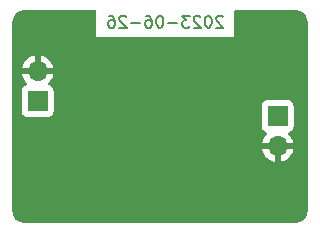
<source format=gbr>
%TF.GenerationSoftware,KiCad,Pcbnew,7.0.5*%
%TF.CreationDate,2023-06-26T08:48:10-07:00*%
%TF.ProjectId,42Vdownto5V,34325664-6f77-46e7-946f-35562e6b6963,rev?*%
%TF.SameCoordinates,Original*%
%TF.FileFunction,Copper,L2,Bot*%
%TF.FilePolarity,Positive*%
%FSLAX46Y46*%
G04 Gerber Fmt 4.6, Leading zero omitted, Abs format (unit mm)*
G04 Created by KiCad (PCBNEW 7.0.5) date 2023-06-26 08:48:10*
%MOMM*%
%LPD*%
G01*
G04 APERTURE LIST*
%ADD10C,0.200000*%
%TA.AperFunction,NonConductor*%
%ADD11C,0.200000*%
%TD*%
%TA.AperFunction,ComponentPad*%
%ADD12R,1.700000X1.700000*%
%TD*%
%TA.AperFunction,ComponentPad*%
%ADD13O,1.700000X1.700000*%
%TD*%
%TA.AperFunction,ViaPad*%
%ADD14C,0.800000*%
%TD*%
G04 APERTURE END LIST*
D10*
D11*
X119819945Y-85576457D02*
X119772326Y-85528838D01*
X119772326Y-85528838D02*
X119677088Y-85481219D01*
X119677088Y-85481219D02*
X119438993Y-85481219D01*
X119438993Y-85481219D02*
X119343755Y-85528838D01*
X119343755Y-85528838D02*
X119296136Y-85576457D01*
X119296136Y-85576457D02*
X119248517Y-85671695D01*
X119248517Y-85671695D02*
X119248517Y-85766933D01*
X119248517Y-85766933D02*
X119296136Y-85909790D01*
X119296136Y-85909790D02*
X119867564Y-86481219D01*
X119867564Y-86481219D02*
X119248517Y-86481219D01*
X118629469Y-85481219D02*
X118534231Y-85481219D01*
X118534231Y-85481219D02*
X118438993Y-85528838D01*
X118438993Y-85528838D02*
X118391374Y-85576457D01*
X118391374Y-85576457D02*
X118343755Y-85671695D01*
X118343755Y-85671695D02*
X118296136Y-85862171D01*
X118296136Y-85862171D02*
X118296136Y-86100266D01*
X118296136Y-86100266D02*
X118343755Y-86290742D01*
X118343755Y-86290742D02*
X118391374Y-86385980D01*
X118391374Y-86385980D02*
X118438993Y-86433600D01*
X118438993Y-86433600D02*
X118534231Y-86481219D01*
X118534231Y-86481219D02*
X118629469Y-86481219D01*
X118629469Y-86481219D02*
X118724707Y-86433600D01*
X118724707Y-86433600D02*
X118772326Y-86385980D01*
X118772326Y-86385980D02*
X118819945Y-86290742D01*
X118819945Y-86290742D02*
X118867564Y-86100266D01*
X118867564Y-86100266D02*
X118867564Y-85862171D01*
X118867564Y-85862171D02*
X118819945Y-85671695D01*
X118819945Y-85671695D02*
X118772326Y-85576457D01*
X118772326Y-85576457D02*
X118724707Y-85528838D01*
X118724707Y-85528838D02*
X118629469Y-85481219D01*
X117915183Y-85576457D02*
X117867564Y-85528838D01*
X117867564Y-85528838D02*
X117772326Y-85481219D01*
X117772326Y-85481219D02*
X117534231Y-85481219D01*
X117534231Y-85481219D02*
X117438993Y-85528838D01*
X117438993Y-85528838D02*
X117391374Y-85576457D01*
X117391374Y-85576457D02*
X117343755Y-85671695D01*
X117343755Y-85671695D02*
X117343755Y-85766933D01*
X117343755Y-85766933D02*
X117391374Y-85909790D01*
X117391374Y-85909790D02*
X117962802Y-86481219D01*
X117962802Y-86481219D02*
X117343755Y-86481219D01*
X117010421Y-85481219D02*
X116391374Y-85481219D01*
X116391374Y-85481219D02*
X116724707Y-85862171D01*
X116724707Y-85862171D02*
X116581850Y-85862171D01*
X116581850Y-85862171D02*
X116486612Y-85909790D01*
X116486612Y-85909790D02*
X116438993Y-85957409D01*
X116438993Y-85957409D02*
X116391374Y-86052647D01*
X116391374Y-86052647D02*
X116391374Y-86290742D01*
X116391374Y-86290742D02*
X116438993Y-86385980D01*
X116438993Y-86385980D02*
X116486612Y-86433600D01*
X116486612Y-86433600D02*
X116581850Y-86481219D01*
X116581850Y-86481219D02*
X116867564Y-86481219D01*
X116867564Y-86481219D02*
X116962802Y-86433600D01*
X116962802Y-86433600D02*
X117010421Y-86385980D01*
X115962802Y-86100266D02*
X115200898Y-86100266D01*
X114534231Y-85481219D02*
X114438993Y-85481219D01*
X114438993Y-85481219D02*
X114343755Y-85528838D01*
X114343755Y-85528838D02*
X114296136Y-85576457D01*
X114296136Y-85576457D02*
X114248517Y-85671695D01*
X114248517Y-85671695D02*
X114200898Y-85862171D01*
X114200898Y-85862171D02*
X114200898Y-86100266D01*
X114200898Y-86100266D02*
X114248517Y-86290742D01*
X114248517Y-86290742D02*
X114296136Y-86385980D01*
X114296136Y-86385980D02*
X114343755Y-86433600D01*
X114343755Y-86433600D02*
X114438993Y-86481219D01*
X114438993Y-86481219D02*
X114534231Y-86481219D01*
X114534231Y-86481219D02*
X114629469Y-86433600D01*
X114629469Y-86433600D02*
X114677088Y-86385980D01*
X114677088Y-86385980D02*
X114724707Y-86290742D01*
X114724707Y-86290742D02*
X114772326Y-86100266D01*
X114772326Y-86100266D02*
X114772326Y-85862171D01*
X114772326Y-85862171D02*
X114724707Y-85671695D01*
X114724707Y-85671695D02*
X114677088Y-85576457D01*
X114677088Y-85576457D02*
X114629469Y-85528838D01*
X114629469Y-85528838D02*
X114534231Y-85481219D01*
X113343755Y-85481219D02*
X113534231Y-85481219D01*
X113534231Y-85481219D02*
X113629469Y-85528838D01*
X113629469Y-85528838D02*
X113677088Y-85576457D01*
X113677088Y-85576457D02*
X113772326Y-85719314D01*
X113772326Y-85719314D02*
X113819945Y-85909790D01*
X113819945Y-85909790D02*
X113819945Y-86290742D01*
X113819945Y-86290742D02*
X113772326Y-86385980D01*
X113772326Y-86385980D02*
X113724707Y-86433600D01*
X113724707Y-86433600D02*
X113629469Y-86481219D01*
X113629469Y-86481219D02*
X113438993Y-86481219D01*
X113438993Y-86481219D02*
X113343755Y-86433600D01*
X113343755Y-86433600D02*
X113296136Y-86385980D01*
X113296136Y-86385980D02*
X113248517Y-86290742D01*
X113248517Y-86290742D02*
X113248517Y-86052647D01*
X113248517Y-86052647D02*
X113296136Y-85957409D01*
X113296136Y-85957409D02*
X113343755Y-85909790D01*
X113343755Y-85909790D02*
X113438993Y-85862171D01*
X113438993Y-85862171D02*
X113629469Y-85862171D01*
X113629469Y-85862171D02*
X113724707Y-85909790D01*
X113724707Y-85909790D02*
X113772326Y-85957409D01*
X113772326Y-85957409D02*
X113819945Y-86052647D01*
X112819945Y-86100266D02*
X112058041Y-86100266D01*
X111629469Y-85576457D02*
X111581850Y-85528838D01*
X111581850Y-85528838D02*
X111486612Y-85481219D01*
X111486612Y-85481219D02*
X111248517Y-85481219D01*
X111248517Y-85481219D02*
X111153279Y-85528838D01*
X111153279Y-85528838D02*
X111105660Y-85576457D01*
X111105660Y-85576457D02*
X111058041Y-85671695D01*
X111058041Y-85671695D02*
X111058041Y-85766933D01*
X111058041Y-85766933D02*
X111105660Y-85909790D01*
X111105660Y-85909790D02*
X111677088Y-86481219D01*
X111677088Y-86481219D02*
X111058041Y-86481219D01*
X110200898Y-85481219D02*
X110391374Y-85481219D01*
X110391374Y-85481219D02*
X110486612Y-85528838D01*
X110486612Y-85528838D02*
X110534231Y-85576457D01*
X110534231Y-85576457D02*
X110629469Y-85719314D01*
X110629469Y-85719314D02*
X110677088Y-85909790D01*
X110677088Y-85909790D02*
X110677088Y-86290742D01*
X110677088Y-86290742D02*
X110629469Y-86385980D01*
X110629469Y-86385980D02*
X110581850Y-86433600D01*
X110581850Y-86433600D02*
X110486612Y-86481219D01*
X110486612Y-86481219D02*
X110296136Y-86481219D01*
X110296136Y-86481219D02*
X110200898Y-86433600D01*
X110200898Y-86433600D02*
X110153279Y-86385980D01*
X110153279Y-86385980D02*
X110105660Y-86290742D01*
X110105660Y-86290742D02*
X110105660Y-86052647D01*
X110105660Y-86052647D02*
X110153279Y-85957409D01*
X110153279Y-85957409D02*
X110200898Y-85909790D01*
X110200898Y-85909790D02*
X110296136Y-85862171D01*
X110296136Y-85862171D02*
X110486612Y-85862171D01*
X110486612Y-85862171D02*
X110581850Y-85909790D01*
X110581850Y-85909790D02*
X110629469Y-85957409D01*
X110629469Y-85957409D02*
X110677088Y-86052647D01*
D12*
%TO.P,J2,1,Pin_1*%
%TO.N,+5V*%
X124460000Y-93980000D03*
D13*
%TO.P,J2,2,Pin_2*%
%TO.N,GND*%
X124460000Y-96520000D03*
%TD*%
D12*
%TO.P,J1,1,Pin_1*%
%TO.N,+BATT*%
X104140000Y-92710000D03*
D13*
%TO.P,J1,2,Pin_2*%
%TO.N,GND*%
X104140000Y-90170000D03*
%TD*%
D14*
%TO.N,GND*%
X108458000Y-100330000D03*
X117856000Y-101092000D03*
X107442000Y-94234000D03*
X107188000Y-91186000D03*
X124714000Y-102362000D03*
X125476000Y-101600000D03*
X126238000Y-100838000D03*
X104524000Y-102108000D03*
X103762000Y-101346000D03*
X103000000Y-100584000D03*
X103762000Y-86614000D03*
X104524000Y-85852000D03*
X125984000Y-87376000D03*
X125222000Y-86614000D03*
X124460000Y-85852000D03*
X123444000Y-91694000D03*
X122174000Y-91694000D03*
X120904000Y-91694000D03*
X119634000Y-91694000D03*
X118364000Y-91694000D03*
X124206000Y-98552000D03*
X118110000Y-97282000D03*
X117094000Y-97282000D03*
X116078000Y-97282000D03*
X115500000Y-91000000D03*
%TD*%
%TA.AperFunction,Conductor*%
%TO.N,GND*%
G36*
X109046444Y-85020185D02*
G01*
X109092199Y-85072989D01*
X109103405Y-85124499D01*
X109103405Y-87257357D01*
X120785357Y-87257357D01*
X120785357Y-85124500D01*
X120805042Y-85057461D01*
X120857846Y-85011706D01*
X120909357Y-85000500D01*
X125997292Y-85000500D01*
X126002697Y-85000736D01*
X126045491Y-85004480D01*
X126171773Y-85016918D01*
X126191687Y-85020541D01*
X126257393Y-85038147D01*
X126259261Y-85038680D01*
X126351570Y-85066681D01*
X126367959Y-85072952D01*
X126421772Y-85098046D01*
X126435374Y-85104389D01*
X126438398Y-85105901D01*
X126522332Y-85150764D01*
X126528659Y-85154650D01*
X126564789Y-85179948D01*
X126594826Y-85200982D01*
X126598597Y-85203843D01*
X126670808Y-85263103D01*
X126675309Y-85267182D01*
X126732815Y-85324688D01*
X126736895Y-85329190D01*
X126796155Y-85401401D01*
X126799016Y-85405172D01*
X126833358Y-85454215D01*
X126845342Y-85471331D01*
X126849234Y-85477666D01*
X126894097Y-85561600D01*
X126895609Y-85564624D01*
X126927041Y-85632027D01*
X126933320Y-85648438D01*
X126961307Y-85740701D01*
X126961864Y-85742652D01*
X126979454Y-85808299D01*
X126983082Y-85828239D01*
X126995522Y-85954553D01*
X126999263Y-85997303D01*
X126999499Y-86002710D01*
X126999499Y-101997289D01*
X126999263Y-102002698D01*
X126995521Y-102045445D01*
X126983081Y-102171758D01*
X126979453Y-102191698D01*
X126961863Y-102257345D01*
X126961306Y-102259297D01*
X126933318Y-102351562D01*
X126927039Y-102367971D01*
X126895614Y-102435363D01*
X126894102Y-102438388D01*
X126849230Y-102522336D01*
X126845335Y-102528678D01*
X126799022Y-102594819D01*
X126796160Y-102598591D01*
X126736889Y-102670813D01*
X126732801Y-102675324D01*
X126675324Y-102732801D01*
X126670813Y-102736889D01*
X126598591Y-102796160D01*
X126594819Y-102799022D01*
X126528678Y-102845335D01*
X126522336Y-102849230D01*
X126438388Y-102894102D01*
X126435363Y-102895614D01*
X126367971Y-102927039D01*
X126351562Y-102933318D01*
X126259297Y-102961306D01*
X126257345Y-102961863D01*
X126191698Y-102979453D01*
X126171758Y-102983081D01*
X126045445Y-102995521D01*
X126007250Y-102998864D01*
X126002693Y-102999263D01*
X125997290Y-102999499D01*
X103002709Y-102999499D01*
X102997305Y-102999263D01*
X102992337Y-102998828D01*
X102954552Y-102995521D01*
X102828239Y-102983081D01*
X102808299Y-102979453D01*
X102742652Y-102961863D01*
X102740701Y-102961306D01*
X102648438Y-102933319D01*
X102632027Y-102927040D01*
X102564624Y-102895608D01*
X102561600Y-102894096D01*
X102477666Y-102849233D01*
X102471331Y-102845341D01*
X102454215Y-102833357D01*
X102405172Y-102799015D01*
X102401401Y-102796154D01*
X102329190Y-102736894D01*
X102324688Y-102732814D01*
X102267182Y-102675308D01*
X102263103Y-102670807D01*
X102203842Y-102598596D01*
X102200981Y-102594825D01*
X102154656Y-102528666D01*
X102150764Y-102522332D01*
X102105895Y-102438388D01*
X102104412Y-102435422D01*
X102072954Y-102367960D01*
X102066676Y-102351551D01*
X102038695Y-102259305D01*
X102038138Y-102257356D01*
X102038135Y-102257345D01*
X102020542Y-102191688D01*
X102016918Y-102171775D01*
X102004482Y-102045511D01*
X102000733Y-102002658D01*
X102000499Y-101997305D01*
X102000499Y-94877870D01*
X123109500Y-94877870D01*
X123109501Y-94877876D01*
X123115908Y-94937483D01*
X123166202Y-95072328D01*
X123166206Y-95072335D01*
X123252452Y-95187544D01*
X123252455Y-95187547D01*
X123367664Y-95273793D01*
X123367671Y-95273797D01*
X123367674Y-95273798D01*
X123499598Y-95323002D01*
X123555531Y-95364873D01*
X123579949Y-95430337D01*
X123565098Y-95498610D01*
X123543947Y-95526865D01*
X123421886Y-95648926D01*
X123286400Y-95842420D01*
X123286399Y-95842422D01*
X123186570Y-96056507D01*
X123186567Y-96056513D01*
X123129364Y-96269999D01*
X123129364Y-96270000D01*
X124026314Y-96270000D01*
X124000507Y-96310156D01*
X123960000Y-96448111D01*
X123960000Y-96591889D01*
X124000507Y-96729844D01*
X124026314Y-96770000D01*
X123129364Y-96770000D01*
X123186567Y-96983486D01*
X123186570Y-96983492D01*
X123286399Y-97197578D01*
X123421894Y-97391082D01*
X123588917Y-97558105D01*
X123782421Y-97693600D01*
X123996507Y-97793429D01*
X123996516Y-97793433D01*
X124210000Y-97850634D01*
X124210000Y-96955501D01*
X124317685Y-97004680D01*
X124424237Y-97020000D01*
X124495763Y-97020000D01*
X124602315Y-97004680D01*
X124710000Y-96955501D01*
X124710000Y-97850633D01*
X124923483Y-97793433D01*
X124923492Y-97793429D01*
X125137578Y-97693600D01*
X125331082Y-97558105D01*
X125498105Y-97391082D01*
X125633600Y-97197578D01*
X125733429Y-96983492D01*
X125733432Y-96983486D01*
X125790636Y-96770000D01*
X124893686Y-96770000D01*
X124919493Y-96729844D01*
X124960000Y-96591889D01*
X124960000Y-96448111D01*
X124919493Y-96310156D01*
X124893686Y-96270000D01*
X125790636Y-96270000D01*
X125790635Y-96269999D01*
X125733432Y-96056513D01*
X125733429Y-96056507D01*
X125633600Y-95842422D01*
X125633599Y-95842420D01*
X125498113Y-95648926D01*
X125498108Y-95648920D01*
X125376053Y-95526865D01*
X125342568Y-95465542D01*
X125347552Y-95395850D01*
X125389424Y-95339917D01*
X125420400Y-95323002D01*
X125552331Y-95273796D01*
X125667546Y-95187546D01*
X125753796Y-95072331D01*
X125804091Y-94937483D01*
X125810500Y-94877873D01*
X125810499Y-93082128D01*
X125804091Y-93022517D01*
X125753796Y-92887669D01*
X125753795Y-92887668D01*
X125753793Y-92887664D01*
X125667547Y-92772455D01*
X125667544Y-92772452D01*
X125552335Y-92686206D01*
X125552328Y-92686202D01*
X125417482Y-92635908D01*
X125417483Y-92635908D01*
X125357883Y-92629501D01*
X125357881Y-92629500D01*
X125357873Y-92629500D01*
X125357864Y-92629500D01*
X123562129Y-92629500D01*
X123562123Y-92629501D01*
X123502516Y-92635908D01*
X123367671Y-92686202D01*
X123367664Y-92686206D01*
X123252455Y-92772452D01*
X123252452Y-92772455D01*
X123166206Y-92887664D01*
X123166202Y-92887671D01*
X123115908Y-93022517D01*
X123109501Y-93082116D01*
X123109501Y-93082123D01*
X123109500Y-93082135D01*
X123109500Y-94877870D01*
X102000499Y-94877870D01*
X102000499Y-93607870D01*
X102789500Y-93607870D01*
X102789501Y-93607876D01*
X102795908Y-93667483D01*
X102846202Y-93802328D01*
X102846206Y-93802335D01*
X102932452Y-93917544D01*
X102932455Y-93917547D01*
X103047664Y-94003793D01*
X103047671Y-94003797D01*
X103182517Y-94054091D01*
X103182516Y-94054091D01*
X103189444Y-94054835D01*
X103242127Y-94060500D01*
X105037872Y-94060499D01*
X105097483Y-94054091D01*
X105232331Y-94003796D01*
X105347546Y-93917546D01*
X105433796Y-93802331D01*
X105484091Y-93667483D01*
X105490500Y-93607873D01*
X105490499Y-91812128D01*
X105484091Y-91752517D01*
X105433796Y-91617669D01*
X105433795Y-91617668D01*
X105433793Y-91617664D01*
X105347547Y-91502455D01*
X105347544Y-91502452D01*
X105232335Y-91416206D01*
X105232328Y-91416202D01*
X105100401Y-91366997D01*
X105044467Y-91325126D01*
X105020050Y-91259662D01*
X105034902Y-91191389D01*
X105056053Y-91163133D01*
X105178108Y-91041078D01*
X105313600Y-90847578D01*
X105413429Y-90633492D01*
X105413432Y-90633486D01*
X105470636Y-90420000D01*
X104573686Y-90420000D01*
X104599493Y-90379844D01*
X104640000Y-90241889D01*
X104640000Y-90098111D01*
X104599493Y-89960156D01*
X104573686Y-89920000D01*
X105470636Y-89920000D01*
X105470635Y-89919999D01*
X105413432Y-89706513D01*
X105413429Y-89706507D01*
X105313600Y-89492422D01*
X105313599Y-89492420D01*
X105178113Y-89298926D01*
X105178108Y-89298920D01*
X105011082Y-89131894D01*
X104817578Y-88996399D01*
X104603492Y-88896570D01*
X104603486Y-88896567D01*
X104390000Y-88839364D01*
X104390000Y-89734498D01*
X104282315Y-89685320D01*
X104175763Y-89670000D01*
X104104237Y-89670000D01*
X103997685Y-89685320D01*
X103890000Y-89734498D01*
X103890000Y-88839364D01*
X103889999Y-88839364D01*
X103676513Y-88896567D01*
X103676507Y-88896570D01*
X103462422Y-88996399D01*
X103462420Y-88996400D01*
X103268926Y-89131886D01*
X103268920Y-89131891D01*
X103101891Y-89298920D01*
X103101886Y-89298926D01*
X102966400Y-89492420D01*
X102966399Y-89492422D01*
X102866570Y-89706507D01*
X102866567Y-89706513D01*
X102809364Y-89919999D01*
X102809364Y-89920000D01*
X103706314Y-89920000D01*
X103680507Y-89960156D01*
X103640000Y-90098111D01*
X103640000Y-90241889D01*
X103680507Y-90379844D01*
X103706314Y-90420000D01*
X102809364Y-90420000D01*
X102866567Y-90633486D01*
X102866570Y-90633492D01*
X102966399Y-90847578D01*
X103101894Y-91041082D01*
X103223946Y-91163134D01*
X103257431Y-91224457D01*
X103252447Y-91294149D01*
X103210575Y-91350082D01*
X103179598Y-91366997D01*
X103047671Y-91416202D01*
X103047664Y-91416206D01*
X102932455Y-91502452D01*
X102932452Y-91502455D01*
X102846206Y-91617664D01*
X102846202Y-91617671D01*
X102795908Y-91752517D01*
X102789501Y-91812116D01*
X102789501Y-91812123D01*
X102789500Y-91812135D01*
X102789500Y-93607870D01*
X102000499Y-93607870D01*
X102000499Y-86002703D01*
X102000735Y-85997299D01*
X102004476Y-85954540D01*
X102016917Y-85828221D01*
X102020540Y-85808314D01*
X102038164Y-85742540D01*
X102038654Y-85740822D01*
X102066684Y-85648419D01*
X102072947Y-85632049D01*
X102104405Y-85564588D01*
X102105879Y-85561638D01*
X102150772Y-85477650D01*
X102154638Y-85471355D01*
X102200990Y-85405158D01*
X102203846Y-85401396D01*
X102263126Y-85329163D01*
X102267166Y-85324704D01*
X102324703Y-85267167D01*
X102329162Y-85263127D01*
X102401438Y-85203810D01*
X102405129Y-85201010D01*
X102471330Y-85154656D01*
X102477657Y-85150769D01*
X102561652Y-85105872D01*
X102564575Y-85104411D01*
X102632042Y-85072951D01*
X102648431Y-85066681D01*
X102740798Y-85038662D01*
X102742592Y-85038150D01*
X102808304Y-85020542D01*
X102828221Y-85016918D01*
X102954555Y-85004474D01*
X102997292Y-85000735D01*
X103002694Y-85000500D01*
X108979405Y-85000500D01*
X109046444Y-85020185D01*
G37*
%TD.AperFunction*%
%TD*%
M02*

</source>
